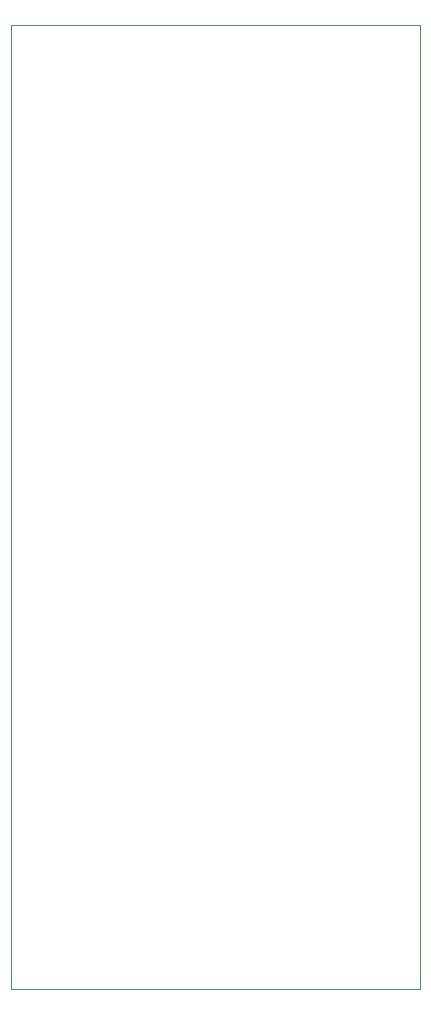
<source format=gm1>
G04 #@! TF.GenerationSoftware,KiCad,Pcbnew,(6.0.9)*
G04 #@! TF.CreationDate,2022-12-02T20:28:39-05:00*
G04 #@! TF.ProjectId,DIP 68 1.778mm adaptor,44495020-3638-4203-912e-3737386d6d20,rev?*
G04 #@! TF.SameCoordinates,Original*
G04 #@! TF.FileFunction,Profile,NP*
%FSLAX46Y46*%
G04 Gerber Fmt 4.6, Leading zero omitted, Abs format (unit mm)*
G04 Created by KiCad (PCBNEW (6.0.9)) date 2022-12-02 20:28:39*
%MOMM*%
%LPD*%
G01*
G04 APERTURE LIST*
G04 #@! TA.AperFunction,Profile*
%ADD10C,0.100000*%
G04 #@! TD*
G04 APERTURE END LIST*
D10*
X110299500Y-44259500D02*
X144970500Y-44259500D01*
X110299500Y-125920500D02*
X110299500Y-44259500D01*
X144970500Y-44259500D02*
X144970500Y-125920500D01*
X144970500Y-125920500D02*
X110299500Y-125920500D01*
M02*

</source>
